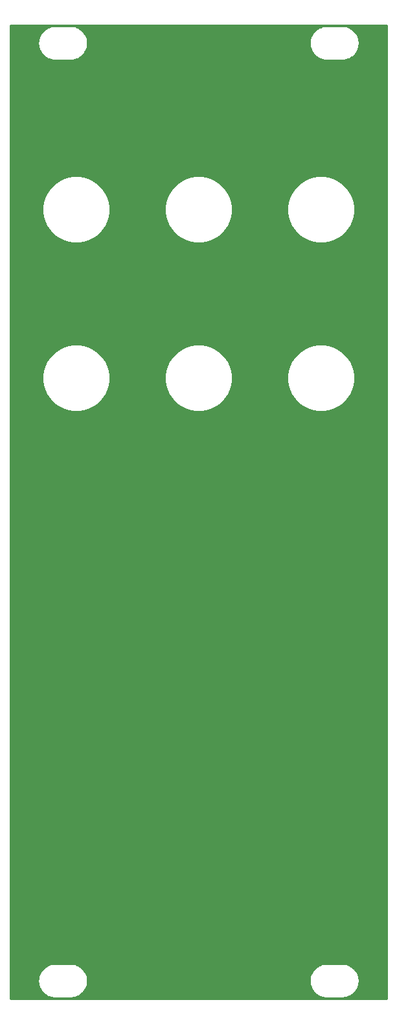
<source format=gbr>
G04 #@! TF.GenerationSoftware,KiCad,Pcbnew,(5.1.9-0-10_14)*
G04 #@! TF.CreationDate,2021-02-15T21:42:47-08:00*
G04 #@! TF.ProjectId,bigroom,62696772-6f6f-46d2-9e6b-696361645f70,rev?*
G04 #@! TF.SameCoordinates,Original*
G04 #@! TF.FileFunction,Copper,L2,Bot*
G04 #@! TF.FilePolarity,Positive*
%FSLAX46Y46*%
G04 Gerber Fmt 4.6, Leading zero omitted, Abs format (unit mm)*
G04 Created by KiCad (PCBNEW (5.1.9-0-10_14)) date 2021-02-15 21:42:47*
%MOMM*%
%LPD*%
G01*
G04 APERTURE LIST*
G04 #@! TA.AperFunction,ComponentPad*
%ADD10C,5.100000*%
G04 #@! TD*
G04 #@! TA.AperFunction,ComponentPad*
%ADD11C,6.100000*%
G04 #@! TD*
G04 #@! TA.AperFunction,Conductor*
%ADD12C,0.254000*%
G04 #@! TD*
G04 #@! TA.AperFunction,Conductor*
%ADD13C,0.100000*%
G04 #@! TD*
G04 APERTURE END LIST*
D10*
X42750000Y-104750000D03*
D11*
X6750000Y-88750000D03*
X42750000Y-88750000D03*
X30750000Y-88750000D03*
X18750000Y-88750000D03*
X6750000Y-104750000D03*
X30750000Y-104750000D03*
X18750000Y-104750000D03*
D12*
X49840001Y-127840000D02*
X660000Y-127840000D01*
X660000Y-125451353D01*
X4242755Y-125451353D01*
X4243173Y-125511171D01*
X4242755Y-125570988D01*
X4243655Y-125580160D01*
X4276296Y-125890715D01*
X4288320Y-125949291D01*
X4299532Y-126008070D01*
X4302196Y-126016892D01*
X4394535Y-126315192D01*
X4417715Y-126370335D01*
X4440124Y-126425800D01*
X4444451Y-126433937D01*
X4592972Y-126708621D01*
X4626417Y-126758205D01*
X4659177Y-126808268D01*
X4665001Y-126815409D01*
X4864047Y-127056013D01*
X4906482Y-127098154D01*
X4948346Y-127140903D01*
X4955446Y-127146777D01*
X5197435Y-127344138D01*
X5247259Y-127377241D01*
X5296615Y-127411036D01*
X5304721Y-127415419D01*
X5580435Y-127562019D01*
X5635704Y-127584799D01*
X5690724Y-127608381D01*
X5699527Y-127611105D01*
X5998465Y-127701359D01*
X6057138Y-127712976D01*
X6115655Y-127725415D01*
X6124820Y-127726378D01*
X6435594Y-127756850D01*
X6435598Y-127756850D01*
X6467581Y-127760000D01*
X8532419Y-127760000D01*
X8565986Y-127756694D01*
X8586744Y-127756694D01*
X8595909Y-127755731D01*
X8906228Y-127720923D01*
X8964731Y-127708487D01*
X9023419Y-127696867D01*
X9032222Y-127694142D01*
X9329870Y-127599723D01*
X9384792Y-127576183D01*
X9440159Y-127553363D01*
X9448265Y-127548979D01*
X9721904Y-127398544D01*
X9771217Y-127364779D01*
X9821088Y-127331645D01*
X9828188Y-127325770D01*
X10067397Y-127125049D01*
X10109241Y-127082320D01*
X10151694Y-127040162D01*
X10157519Y-127033020D01*
X10353185Y-126789660D01*
X10385938Y-126739608D01*
X10419391Y-126690013D01*
X10423714Y-126681881D01*
X10423717Y-126681877D01*
X10423719Y-126681873D01*
X10568388Y-126405146D01*
X10590785Y-126349711D01*
X10613978Y-126294539D01*
X10616641Y-126285717D01*
X10704807Y-125986156D01*
X10716007Y-125927440D01*
X10728045Y-125868798D01*
X10728944Y-125859627D01*
X10757245Y-125548647D01*
X10756827Y-125488830D01*
X10757088Y-125451353D01*
X39742755Y-125451353D01*
X39743173Y-125511171D01*
X39742755Y-125570988D01*
X39743655Y-125580160D01*
X39776296Y-125890715D01*
X39788320Y-125949291D01*
X39799532Y-126008070D01*
X39802196Y-126016892D01*
X39894535Y-126315192D01*
X39917715Y-126370335D01*
X39940124Y-126425800D01*
X39944451Y-126433937D01*
X40092972Y-126708621D01*
X40126417Y-126758205D01*
X40159177Y-126808268D01*
X40165001Y-126815409D01*
X40364047Y-127056013D01*
X40406482Y-127098154D01*
X40448346Y-127140903D01*
X40455446Y-127146777D01*
X40697435Y-127344138D01*
X40747259Y-127377241D01*
X40796615Y-127411036D01*
X40804721Y-127415419D01*
X41080435Y-127562019D01*
X41135704Y-127584799D01*
X41190724Y-127608381D01*
X41199527Y-127611105D01*
X41498465Y-127701359D01*
X41557138Y-127712976D01*
X41615655Y-127725415D01*
X41624820Y-127726378D01*
X41935594Y-127756850D01*
X41935598Y-127756850D01*
X41967581Y-127760000D01*
X44032419Y-127760000D01*
X44065986Y-127756694D01*
X44086744Y-127756694D01*
X44095909Y-127755731D01*
X44406228Y-127720923D01*
X44464731Y-127708487D01*
X44523419Y-127696867D01*
X44532222Y-127694142D01*
X44829870Y-127599723D01*
X44884792Y-127576183D01*
X44940159Y-127553363D01*
X44948265Y-127548979D01*
X45221904Y-127398544D01*
X45271217Y-127364779D01*
X45321088Y-127331645D01*
X45328188Y-127325770D01*
X45567397Y-127125049D01*
X45609241Y-127082320D01*
X45651694Y-127040162D01*
X45657519Y-127033020D01*
X45853185Y-126789660D01*
X45885938Y-126739608D01*
X45919391Y-126690013D01*
X45923714Y-126681881D01*
X45923717Y-126681877D01*
X45923719Y-126681873D01*
X46068388Y-126405146D01*
X46090785Y-126349711D01*
X46113978Y-126294539D01*
X46116641Y-126285717D01*
X46204807Y-125986156D01*
X46216007Y-125927440D01*
X46228045Y-125868798D01*
X46228944Y-125859627D01*
X46257245Y-125548647D01*
X46256827Y-125488829D01*
X46257245Y-125429012D01*
X46256345Y-125419841D01*
X46223704Y-125109285D01*
X46211680Y-125050709D01*
X46200468Y-124991930D01*
X46197804Y-124983108D01*
X46105465Y-124684808D01*
X46082280Y-124629653D01*
X46059876Y-124574200D01*
X46055549Y-124566064D01*
X46055549Y-124566063D01*
X46055546Y-124566059D01*
X45907028Y-124291379D01*
X45873583Y-124241795D01*
X45840823Y-124191732D01*
X45834999Y-124184591D01*
X45635954Y-123943987D01*
X45593535Y-123901863D01*
X45551655Y-123859097D01*
X45544554Y-123853223D01*
X45302565Y-123655862D01*
X45252741Y-123622759D01*
X45203385Y-123588964D01*
X45195279Y-123584581D01*
X44919566Y-123437981D01*
X44864269Y-123415189D01*
X44809275Y-123391619D01*
X44800472Y-123388895D01*
X44501535Y-123298641D01*
X44442862Y-123287024D01*
X44384345Y-123274585D01*
X44375180Y-123273622D01*
X44064405Y-123243150D01*
X44064402Y-123243150D01*
X44032419Y-123240000D01*
X41967581Y-123240000D01*
X41934014Y-123243306D01*
X41913256Y-123243306D01*
X41904091Y-123244269D01*
X41593771Y-123279077D01*
X41535298Y-123291506D01*
X41476581Y-123303132D01*
X41467778Y-123305858D01*
X41170130Y-123400277D01*
X41115147Y-123423843D01*
X41059841Y-123446638D01*
X41051735Y-123451021D01*
X40778095Y-123601456D01*
X40728748Y-123635245D01*
X40678913Y-123668355D01*
X40671812Y-123674229D01*
X40432603Y-123874951D01*
X40390759Y-123917681D01*
X40348305Y-123959839D01*
X40342481Y-123966980D01*
X40146814Y-124210340D01*
X40114055Y-124260400D01*
X40080609Y-124309986D01*
X40076283Y-124318123D01*
X39931612Y-124594854D01*
X39909215Y-124650289D01*
X39886022Y-124705461D01*
X39883359Y-124714283D01*
X39795193Y-125013844D01*
X39783993Y-125072560D01*
X39771955Y-125131202D01*
X39771056Y-125140373D01*
X39742755Y-125451353D01*
X10757088Y-125451353D01*
X10757245Y-125429012D01*
X10756345Y-125419841D01*
X10723704Y-125109285D01*
X10711680Y-125050709D01*
X10700468Y-124991930D01*
X10697804Y-124983108D01*
X10605465Y-124684808D01*
X10582280Y-124629653D01*
X10559876Y-124574200D01*
X10555549Y-124566064D01*
X10555549Y-124566063D01*
X10555546Y-124566059D01*
X10407028Y-124291379D01*
X10373583Y-124241795D01*
X10340823Y-124191732D01*
X10334999Y-124184591D01*
X10135954Y-123943987D01*
X10093535Y-123901863D01*
X10051655Y-123859097D01*
X10044554Y-123853223D01*
X9802565Y-123655862D01*
X9752741Y-123622759D01*
X9703385Y-123588964D01*
X9695279Y-123584581D01*
X9419566Y-123437981D01*
X9364269Y-123415189D01*
X9309275Y-123391619D01*
X9300472Y-123388895D01*
X9001535Y-123298641D01*
X8942862Y-123287024D01*
X8884345Y-123274585D01*
X8875180Y-123273622D01*
X8564405Y-123243150D01*
X8564402Y-123243150D01*
X8532419Y-123240000D01*
X6467581Y-123240000D01*
X6434014Y-123243306D01*
X6413256Y-123243306D01*
X6404091Y-123244269D01*
X6093771Y-123279077D01*
X6035298Y-123291506D01*
X5976581Y-123303132D01*
X5967778Y-123305858D01*
X5670130Y-123400277D01*
X5615147Y-123423843D01*
X5559841Y-123446638D01*
X5551735Y-123451021D01*
X5278095Y-123601456D01*
X5228748Y-123635245D01*
X5178913Y-123668355D01*
X5171812Y-123674229D01*
X4932603Y-123874951D01*
X4890759Y-123917681D01*
X4848305Y-123959839D01*
X4842481Y-123966980D01*
X4646814Y-124210340D01*
X4614055Y-124260400D01*
X4580609Y-124309986D01*
X4576283Y-124318123D01*
X4431612Y-124594854D01*
X4409215Y-124650289D01*
X4386022Y-124705461D01*
X4383359Y-124714283D01*
X4295193Y-125013844D01*
X4283993Y-125072560D01*
X4271955Y-125131202D01*
X4271056Y-125140373D01*
X4242755Y-125451353D01*
X660000Y-125451353D01*
X660000Y-46315784D01*
X4841332Y-46315784D01*
X4841332Y-47184216D01*
X5010754Y-48035961D01*
X5343089Y-48838288D01*
X5825564Y-49560362D01*
X6439638Y-50174436D01*
X7161712Y-50656911D01*
X7964039Y-50989246D01*
X8815784Y-51158668D01*
X9684216Y-51158668D01*
X10535961Y-50989246D01*
X11338288Y-50656911D01*
X12060362Y-50174436D01*
X12674436Y-49560362D01*
X13156911Y-48838288D01*
X13489246Y-48035961D01*
X13658668Y-47184216D01*
X13658668Y-46315784D01*
X20841332Y-46315784D01*
X20841332Y-47184216D01*
X21010754Y-48035961D01*
X21343089Y-48838288D01*
X21825564Y-49560362D01*
X22439638Y-50174436D01*
X23161712Y-50656911D01*
X23964039Y-50989246D01*
X24815784Y-51158668D01*
X25684216Y-51158668D01*
X26535961Y-50989246D01*
X27338288Y-50656911D01*
X28060362Y-50174436D01*
X28674436Y-49560362D01*
X29156911Y-48838288D01*
X29489246Y-48035961D01*
X29658668Y-47184216D01*
X29658668Y-46315784D01*
X36841332Y-46315784D01*
X36841332Y-47184216D01*
X37010754Y-48035961D01*
X37343089Y-48838288D01*
X37825564Y-49560362D01*
X38439638Y-50174436D01*
X39161712Y-50656911D01*
X39964039Y-50989246D01*
X40815784Y-51158668D01*
X41684216Y-51158668D01*
X42535961Y-50989246D01*
X43338288Y-50656911D01*
X44060362Y-50174436D01*
X44674436Y-49560362D01*
X45156911Y-48838288D01*
X45489246Y-48035961D01*
X45658668Y-47184216D01*
X45658668Y-46315784D01*
X45489246Y-45464039D01*
X45156911Y-44661712D01*
X44674436Y-43939638D01*
X44060362Y-43325564D01*
X43338288Y-42843089D01*
X42535961Y-42510754D01*
X41684216Y-42341332D01*
X40815784Y-42341332D01*
X39964039Y-42510754D01*
X39161712Y-42843089D01*
X38439638Y-43325564D01*
X37825564Y-43939638D01*
X37343089Y-44661712D01*
X37010754Y-45464039D01*
X36841332Y-46315784D01*
X29658668Y-46315784D01*
X29489246Y-45464039D01*
X29156911Y-44661712D01*
X28674436Y-43939638D01*
X28060362Y-43325564D01*
X27338288Y-42843089D01*
X26535961Y-42510754D01*
X25684216Y-42341332D01*
X24815784Y-42341332D01*
X23964039Y-42510754D01*
X23161712Y-42843089D01*
X22439638Y-43325564D01*
X21825564Y-43939638D01*
X21343089Y-44661712D01*
X21010754Y-45464039D01*
X20841332Y-46315784D01*
X13658668Y-46315784D01*
X13489246Y-45464039D01*
X13156911Y-44661712D01*
X12674436Y-43939638D01*
X12060362Y-43325564D01*
X11338288Y-42843089D01*
X10535961Y-42510754D01*
X9684216Y-42341332D01*
X8815784Y-42341332D01*
X7964039Y-42510754D01*
X7161712Y-42843089D01*
X6439638Y-43325564D01*
X5825564Y-43939638D01*
X5343089Y-44661712D01*
X5010754Y-45464039D01*
X4841332Y-46315784D01*
X660000Y-46315784D01*
X660000Y-24315784D01*
X4841332Y-24315784D01*
X4841332Y-25184216D01*
X5010754Y-26035961D01*
X5343089Y-26838288D01*
X5825564Y-27560362D01*
X6439638Y-28174436D01*
X7161712Y-28656911D01*
X7964039Y-28989246D01*
X8815784Y-29158668D01*
X9684216Y-29158668D01*
X10535961Y-28989246D01*
X11338288Y-28656911D01*
X12060362Y-28174436D01*
X12674436Y-27560362D01*
X13156911Y-26838288D01*
X13489246Y-26035961D01*
X13658668Y-25184216D01*
X13658668Y-24315784D01*
X20841332Y-24315784D01*
X20841332Y-25184216D01*
X21010754Y-26035961D01*
X21343089Y-26838288D01*
X21825564Y-27560362D01*
X22439638Y-28174436D01*
X23161712Y-28656911D01*
X23964039Y-28989246D01*
X24815784Y-29158668D01*
X25684216Y-29158668D01*
X26535961Y-28989246D01*
X27338288Y-28656911D01*
X28060362Y-28174436D01*
X28674436Y-27560362D01*
X29156911Y-26838288D01*
X29489246Y-26035961D01*
X29658668Y-25184216D01*
X29658668Y-24315784D01*
X36841332Y-24315784D01*
X36841332Y-25184216D01*
X37010754Y-26035961D01*
X37343089Y-26838288D01*
X37825564Y-27560362D01*
X38439638Y-28174436D01*
X39161712Y-28656911D01*
X39964039Y-28989246D01*
X40815784Y-29158668D01*
X41684216Y-29158668D01*
X42535961Y-28989246D01*
X43338288Y-28656911D01*
X44060362Y-28174436D01*
X44674436Y-27560362D01*
X45156911Y-26838288D01*
X45489246Y-26035961D01*
X45658668Y-25184216D01*
X45658668Y-24315784D01*
X45489246Y-23464039D01*
X45156911Y-22661712D01*
X44674436Y-21939638D01*
X44060362Y-21325564D01*
X43338288Y-20843089D01*
X42535961Y-20510754D01*
X41684216Y-20341332D01*
X40815784Y-20341332D01*
X39964039Y-20510754D01*
X39161712Y-20843089D01*
X38439638Y-21325564D01*
X37825564Y-21939638D01*
X37343089Y-22661712D01*
X37010754Y-23464039D01*
X36841332Y-24315784D01*
X29658668Y-24315784D01*
X29489246Y-23464039D01*
X29156911Y-22661712D01*
X28674436Y-21939638D01*
X28060362Y-21325564D01*
X27338288Y-20843089D01*
X26535961Y-20510754D01*
X25684216Y-20341332D01*
X24815784Y-20341332D01*
X23964039Y-20510754D01*
X23161712Y-20843089D01*
X22439638Y-21325564D01*
X21825564Y-21939638D01*
X21343089Y-22661712D01*
X21010754Y-23464039D01*
X20841332Y-24315784D01*
X13658668Y-24315784D01*
X13489246Y-23464039D01*
X13156911Y-22661712D01*
X12674436Y-21939638D01*
X12060362Y-21325564D01*
X11338288Y-20843089D01*
X10535961Y-20510754D01*
X9684216Y-20341332D01*
X8815784Y-20341332D01*
X7964039Y-20510754D01*
X7161712Y-20843089D01*
X6439638Y-21325564D01*
X5825564Y-21939638D01*
X5343089Y-22661712D01*
X5010754Y-23464039D01*
X4841332Y-24315784D01*
X660000Y-24315784D01*
X660000Y-2951353D01*
X4242755Y-2951353D01*
X4243173Y-3011171D01*
X4242755Y-3070988D01*
X4243655Y-3080160D01*
X4276296Y-3390715D01*
X4288320Y-3449291D01*
X4299532Y-3508070D01*
X4302196Y-3516892D01*
X4394535Y-3815192D01*
X4417715Y-3870335D01*
X4440124Y-3925800D01*
X4444451Y-3933937D01*
X4592972Y-4208621D01*
X4626417Y-4258205D01*
X4659177Y-4308268D01*
X4665001Y-4315409D01*
X4864047Y-4556013D01*
X4906482Y-4598154D01*
X4948346Y-4640903D01*
X4955446Y-4646777D01*
X5197435Y-4844138D01*
X5247259Y-4877241D01*
X5296615Y-4911036D01*
X5304721Y-4915419D01*
X5580435Y-5062019D01*
X5635704Y-5084799D01*
X5690724Y-5108381D01*
X5699527Y-5111105D01*
X5998465Y-5201359D01*
X6057138Y-5212976D01*
X6115655Y-5225415D01*
X6124820Y-5226378D01*
X6435594Y-5256850D01*
X6435598Y-5256850D01*
X6467581Y-5260000D01*
X8532419Y-5260000D01*
X8565986Y-5256694D01*
X8586744Y-5256694D01*
X8595909Y-5255731D01*
X8906228Y-5220923D01*
X8964731Y-5208487D01*
X9023419Y-5196867D01*
X9032222Y-5194142D01*
X9329870Y-5099723D01*
X9384792Y-5076183D01*
X9440159Y-5053363D01*
X9448265Y-5048979D01*
X9721904Y-4898544D01*
X9771217Y-4864779D01*
X9821088Y-4831645D01*
X9828188Y-4825770D01*
X10067397Y-4625049D01*
X10109241Y-4582320D01*
X10151694Y-4540162D01*
X10157519Y-4533020D01*
X10353185Y-4289660D01*
X10385938Y-4239608D01*
X10419391Y-4190013D01*
X10423714Y-4181881D01*
X10423717Y-4181877D01*
X10423719Y-4181873D01*
X10568388Y-3905146D01*
X10590785Y-3849711D01*
X10613978Y-3794539D01*
X10616641Y-3785717D01*
X10704807Y-3486156D01*
X10716007Y-3427440D01*
X10728045Y-3368798D01*
X10728944Y-3359627D01*
X10757245Y-3048647D01*
X10756827Y-2988830D01*
X10757088Y-2951353D01*
X39742755Y-2951353D01*
X39743173Y-3011171D01*
X39742755Y-3070988D01*
X39743655Y-3080160D01*
X39776296Y-3390715D01*
X39788320Y-3449291D01*
X39799532Y-3508070D01*
X39802196Y-3516892D01*
X39894535Y-3815192D01*
X39917715Y-3870335D01*
X39940124Y-3925800D01*
X39944451Y-3933937D01*
X40092972Y-4208621D01*
X40126417Y-4258205D01*
X40159177Y-4308268D01*
X40165001Y-4315409D01*
X40364047Y-4556013D01*
X40406482Y-4598154D01*
X40448346Y-4640903D01*
X40455446Y-4646777D01*
X40697435Y-4844138D01*
X40747259Y-4877241D01*
X40796615Y-4911036D01*
X40804721Y-4915419D01*
X41080435Y-5062019D01*
X41135704Y-5084799D01*
X41190724Y-5108381D01*
X41199527Y-5111105D01*
X41498465Y-5201359D01*
X41557138Y-5212976D01*
X41615655Y-5225415D01*
X41624820Y-5226378D01*
X41935594Y-5256850D01*
X41935598Y-5256850D01*
X41967581Y-5260000D01*
X44032419Y-5260000D01*
X44065986Y-5256694D01*
X44086744Y-5256694D01*
X44095909Y-5255731D01*
X44406228Y-5220923D01*
X44464731Y-5208487D01*
X44523419Y-5196867D01*
X44532222Y-5194142D01*
X44829870Y-5099723D01*
X44884792Y-5076183D01*
X44940159Y-5053363D01*
X44948265Y-5048979D01*
X45221904Y-4898544D01*
X45271217Y-4864779D01*
X45321088Y-4831645D01*
X45328188Y-4825770D01*
X45567397Y-4625049D01*
X45609241Y-4582320D01*
X45651694Y-4540162D01*
X45657519Y-4533020D01*
X45853185Y-4289660D01*
X45885938Y-4239608D01*
X45919391Y-4190013D01*
X45923714Y-4181881D01*
X45923717Y-4181877D01*
X45923719Y-4181873D01*
X46068388Y-3905146D01*
X46090785Y-3849711D01*
X46113978Y-3794539D01*
X46116641Y-3785717D01*
X46204807Y-3486156D01*
X46216007Y-3427440D01*
X46228045Y-3368798D01*
X46228944Y-3359627D01*
X46257245Y-3048647D01*
X46256827Y-2988829D01*
X46257245Y-2929012D01*
X46256345Y-2919841D01*
X46223704Y-2609285D01*
X46211680Y-2550709D01*
X46200468Y-2491930D01*
X46197804Y-2483108D01*
X46105465Y-2184808D01*
X46082280Y-2129653D01*
X46059876Y-2074200D01*
X46055549Y-2066064D01*
X46055549Y-2066063D01*
X46055546Y-2066059D01*
X45907028Y-1791379D01*
X45873583Y-1741795D01*
X45840823Y-1691732D01*
X45834999Y-1684591D01*
X45635954Y-1443987D01*
X45593535Y-1401863D01*
X45551655Y-1359097D01*
X45544554Y-1353223D01*
X45302565Y-1155862D01*
X45252741Y-1122759D01*
X45203385Y-1088964D01*
X45195279Y-1084581D01*
X44919566Y-937981D01*
X44864269Y-915189D01*
X44809275Y-891619D01*
X44800472Y-888895D01*
X44501535Y-798641D01*
X44442862Y-787024D01*
X44384345Y-774585D01*
X44375180Y-773622D01*
X44064405Y-743150D01*
X44064402Y-743150D01*
X44032419Y-740000D01*
X41967581Y-740000D01*
X41934014Y-743306D01*
X41913256Y-743306D01*
X41904091Y-744269D01*
X41593771Y-779077D01*
X41535298Y-791506D01*
X41476581Y-803132D01*
X41467778Y-805858D01*
X41170130Y-900277D01*
X41115147Y-923843D01*
X41059841Y-946638D01*
X41051735Y-951021D01*
X40778095Y-1101456D01*
X40728748Y-1135245D01*
X40678913Y-1168355D01*
X40671812Y-1174229D01*
X40432603Y-1374951D01*
X40390759Y-1417681D01*
X40348305Y-1459839D01*
X40342481Y-1466980D01*
X40146814Y-1710340D01*
X40114055Y-1760400D01*
X40080609Y-1809986D01*
X40076283Y-1818123D01*
X39931612Y-2094854D01*
X39909215Y-2150289D01*
X39886022Y-2205461D01*
X39883359Y-2214283D01*
X39795193Y-2513844D01*
X39783993Y-2572560D01*
X39771955Y-2631202D01*
X39771056Y-2640373D01*
X39742755Y-2951353D01*
X10757088Y-2951353D01*
X10757245Y-2929012D01*
X10756345Y-2919841D01*
X10723704Y-2609285D01*
X10711680Y-2550709D01*
X10700468Y-2491930D01*
X10697804Y-2483108D01*
X10605465Y-2184808D01*
X10582280Y-2129653D01*
X10559876Y-2074200D01*
X10555549Y-2066064D01*
X10555549Y-2066063D01*
X10555546Y-2066059D01*
X10407028Y-1791379D01*
X10373583Y-1741795D01*
X10340823Y-1691732D01*
X10334999Y-1684591D01*
X10135954Y-1443987D01*
X10093535Y-1401863D01*
X10051655Y-1359097D01*
X10044554Y-1353223D01*
X9802565Y-1155862D01*
X9752741Y-1122759D01*
X9703385Y-1088964D01*
X9695279Y-1084581D01*
X9419566Y-937981D01*
X9364269Y-915189D01*
X9309275Y-891619D01*
X9300472Y-888895D01*
X9001535Y-798641D01*
X8942862Y-787024D01*
X8884345Y-774585D01*
X8875180Y-773622D01*
X8564405Y-743150D01*
X8564402Y-743150D01*
X8532419Y-740000D01*
X6467581Y-740000D01*
X6434014Y-743306D01*
X6413256Y-743306D01*
X6404091Y-744269D01*
X6093771Y-779077D01*
X6035298Y-791506D01*
X5976581Y-803132D01*
X5967778Y-805858D01*
X5670130Y-900277D01*
X5615147Y-923843D01*
X5559841Y-946638D01*
X5551735Y-951021D01*
X5278095Y-1101456D01*
X5228748Y-1135245D01*
X5178913Y-1168355D01*
X5171812Y-1174229D01*
X4932603Y-1374951D01*
X4890759Y-1417681D01*
X4848305Y-1459839D01*
X4842481Y-1466980D01*
X4646814Y-1710340D01*
X4614055Y-1760400D01*
X4580609Y-1809986D01*
X4576283Y-1818123D01*
X4431612Y-2094854D01*
X4409215Y-2150289D01*
X4386022Y-2205461D01*
X4383359Y-2214283D01*
X4295193Y-2513844D01*
X4283993Y-2572560D01*
X4271955Y-2631202D01*
X4271056Y-2640373D01*
X4242755Y-2951353D01*
X660000Y-2951353D01*
X660000Y-660000D01*
X49840000Y-660000D01*
X49840001Y-127840000D01*
G04 #@! TA.AperFunction,Conductor*
D13*
G36*
X49840001Y-127840000D02*
G01*
X660000Y-127840000D01*
X660000Y-125451353D01*
X4242755Y-125451353D01*
X4243173Y-125511171D01*
X4242755Y-125570988D01*
X4243655Y-125580160D01*
X4276296Y-125890715D01*
X4288320Y-125949291D01*
X4299532Y-126008070D01*
X4302196Y-126016892D01*
X4394535Y-126315192D01*
X4417715Y-126370335D01*
X4440124Y-126425800D01*
X4444451Y-126433937D01*
X4592972Y-126708621D01*
X4626417Y-126758205D01*
X4659177Y-126808268D01*
X4665001Y-126815409D01*
X4864047Y-127056013D01*
X4906482Y-127098154D01*
X4948346Y-127140903D01*
X4955446Y-127146777D01*
X5197435Y-127344138D01*
X5247259Y-127377241D01*
X5296615Y-127411036D01*
X5304721Y-127415419D01*
X5580435Y-127562019D01*
X5635704Y-127584799D01*
X5690724Y-127608381D01*
X5699527Y-127611105D01*
X5998465Y-127701359D01*
X6057138Y-127712976D01*
X6115655Y-127725415D01*
X6124820Y-127726378D01*
X6435594Y-127756850D01*
X6435598Y-127756850D01*
X6467581Y-127760000D01*
X8532419Y-127760000D01*
X8565986Y-127756694D01*
X8586744Y-127756694D01*
X8595909Y-127755731D01*
X8906228Y-127720923D01*
X8964731Y-127708487D01*
X9023419Y-127696867D01*
X9032222Y-127694142D01*
X9329870Y-127599723D01*
X9384792Y-127576183D01*
X9440159Y-127553363D01*
X9448265Y-127548979D01*
X9721904Y-127398544D01*
X9771217Y-127364779D01*
X9821088Y-127331645D01*
X9828188Y-127325770D01*
X10067397Y-127125049D01*
X10109241Y-127082320D01*
X10151694Y-127040162D01*
X10157519Y-127033020D01*
X10353185Y-126789660D01*
X10385938Y-126739608D01*
X10419391Y-126690013D01*
X10423714Y-126681881D01*
X10423717Y-126681877D01*
X10423719Y-126681873D01*
X10568388Y-126405146D01*
X10590785Y-126349711D01*
X10613978Y-126294539D01*
X10616641Y-126285717D01*
X10704807Y-125986156D01*
X10716007Y-125927440D01*
X10728045Y-125868798D01*
X10728944Y-125859627D01*
X10757245Y-125548647D01*
X10756827Y-125488830D01*
X10757088Y-125451353D01*
X39742755Y-125451353D01*
X39743173Y-125511171D01*
X39742755Y-125570988D01*
X39743655Y-125580160D01*
X39776296Y-125890715D01*
X39788320Y-125949291D01*
X39799532Y-126008070D01*
X39802196Y-126016892D01*
X39894535Y-126315192D01*
X39917715Y-126370335D01*
X39940124Y-126425800D01*
X39944451Y-126433937D01*
X40092972Y-126708621D01*
X40126417Y-126758205D01*
X40159177Y-126808268D01*
X40165001Y-126815409D01*
X40364047Y-127056013D01*
X40406482Y-127098154D01*
X40448346Y-127140903D01*
X40455446Y-127146777D01*
X40697435Y-127344138D01*
X40747259Y-127377241D01*
X40796615Y-127411036D01*
X40804721Y-127415419D01*
X41080435Y-127562019D01*
X41135704Y-127584799D01*
X41190724Y-127608381D01*
X41199527Y-127611105D01*
X41498465Y-127701359D01*
X41557138Y-127712976D01*
X41615655Y-127725415D01*
X41624820Y-127726378D01*
X41935594Y-127756850D01*
X41935598Y-127756850D01*
X41967581Y-127760000D01*
X44032419Y-127760000D01*
X44065986Y-127756694D01*
X44086744Y-127756694D01*
X44095909Y-127755731D01*
X44406228Y-127720923D01*
X44464731Y-127708487D01*
X44523419Y-127696867D01*
X44532222Y-127694142D01*
X44829870Y-127599723D01*
X44884792Y-127576183D01*
X44940159Y-127553363D01*
X44948265Y-127548979D01*
X45221904Y-127398544D01*
X45271217Y-127364779D01*
X45321088Y-127331645D01*
X45328188Y-127325770D01*
X45567397Y-127125049D01*
X45609241Y-127082320D01*
X45651694Y-127040162D01*
X45657519Y-127033020D01*
X45853185Y-126789660D01*
X45885938Y-126739608D01*
X45919391Y-126690013D01*
X45923714Y-126681881D01*
X45923717Y-126681877D01*
X45923719Y-126681873D01*
X46068388Y-126405146D01*
X46090785Y-126349711D01*
X46113978Y-126294539D01*
X46116641Y-126285717D01*
X46204807Y-125986156D01*
X46216007Y-125927440D01*
X46228045Y-125868798D01*
X46228944Y-125859627D01*
X46257245Y-125548647D01*
X46256827Y-125488829D01*
X46257245Y-125429012D01*
X46256345Y-125419841D01*
X46223704Y-125109285D01*
X46211680Y-125050709D01*
X46200468Y-124991930D01*
X46197804Y-124983108D01*
X46105465Y-124684808D01*
X46082280Y-124629653D01*
X46059876Y-124574200D01*
X46055549Y-124566064D01*
X46055549Y-124566063D01*
X46055546Y-124566059D01*
X45907028Y-124291379D01*
X45873583Y-124241795D01*
X45840823Y-124191732D01*
X45834999Y-124184591D01*
X45635954Y-123943987D01*
X45593535Y-123901863D01*
X45551655Y-123859097D01*
X45544554Y-123853223D01*
X45302565Y-123655862D01*
X45252741Y-123622759D01*
X45203385Y-123588964D01*
X45195279Y-123584581D01*
X44919566Y-123437981D01*
X44864269Y-123415189D01*
X44809275Y-123391619D01*
X44800472Y-123388895D01*
X44501535Y-123298641D01*
X44442862Y-123287024D01*
X44384345Y-123274585D01*
X44375180Y-123273622D01*
X44064405Y-123243150D01*
X44064402Y-123243150D01*
X44032419Y-123240000D01*
X41967581Y-123240000D01*
X41934014Y-123243306D01*
X41913256Y-123243306D01*
X41904091Y-123244269D01*
X41593771Y-123279077D01*
X41535298Y-123291506D01*
X41476581Y-123303132D01*
X41467778Y-123305858D01*
X41170130Y-123400277D01*
X41115147Y-123423843D01*
X41059841Y-123446638D01*
X41051735Y-123451021D01*
X40778095Y-123601456D01*
X40728748Y-123635245D01*
X40678913Y-123668355D01*
X40671812Y-123674229D01*
X40432603Y-123874951D01*
X40390759Y-123917681D01*
X40348305Y-123959839D01*
X40342481Y-123966980D01*
X40146814Y-124210340D01*
X40114055Y-124260400D01*
X40080609Y-124309986D01*
X40076283Y-124318123D01*
X39931612Y-124594854D01*
X39909215Y-124650289D01*
X39886022Y-124705461D01*
X39883359Y-124714283D01*
X39795193Y-125013844D01*
X39783993Y-125072560D01*
X39771955Y-125131202D01*
X39771056Y-125140373D01*
X39742755Y-125451353D01*
X10757088Y-125451353D01*
X10757245Y-125429012D01*
X10756345Y-125419841D01*
X10723704Y-125109285D01*
X10711680Y-125050709D01*
X10700468Y-124991930D01*
X10697804Y-124983108D01*
X10605465Y-124684808D01*
X10582280Y-124629653D01*
X10559876Y-124574200D01*
X10555549Y-124566064D01*
X10555549Y-124566063D01*
X10555546Y-124566059D01*
X10407028Y-124291379D01*
X10373583Y-124241795D01*
X10340823Y-124191732D01*
X10334999Y-124184591D01*
X10135954Y-123943987D01*
X10093535Y-123901863D01*
X10051655Y-123859097D01*
X10044554Y-123853223D01*
X9802565Y-123655862D01*
X9752741Y-123622759D01*
X9703385Y-123588964D01*
X9695279Y-123584581D01*
X9419566Y-123437981D01*
X9364269Y-123415189D01*
X9309275Y-123391619D01*
X9300472Y-123388895D01*
X9001535Y-123298641D01*
X8942862Y-123287024D01*
X8884345Y-123274585D01*
X8875180Y-123273622D01*
X8564405Y-123243150D01*
X8564402Y-123243150D01*
X8532419Y-123240000D01*
X6467581Y-123240000D01*
X6434014Y-123243306D01*
X6413256Y-123243306D01*
X6404091Y-123244269D01*
X6093771Y-123279077D01*
X6035298Y-123291506D01*
X5976581Y-123303132D01*
X5967778Y-123305858D01*
X5670130Y-123400277D01*
X5615147Y-123423843D01*
X5559841Y-123446638D01*
X5551735Y-123451021D01*
X5278095Y-123601456D01*
X5228748Y-123635245D01*
X5178913Y-123668355D01*
X5171812Y-123674229D01*
X4932603Y-123874951D01*
X4890759Y-123917681D01*
X4848305Y-123959839D01*
X4842481Y-123966980D01*
X4646814Y-124210340D01*
X4614055Y-124260400D01*
X4580609Y-124309986D01*
X4576283Y-124318123D01*
X4431612Y-124594854D01*
X4409215Y-124650289D01*
X4386022Y-124705461D01*
X4383359Y-124714283D01*
X4295193Y-125013844D01*
X4283993Y-125072560D01*
X4271955Y-125131202D01*
X4271056Y-125140373D01*
X4242755Y-125451353D01*
X660000Y-125451353D01*
X660000Y-46315784D01*
X4841332Y-46315784D01*
X4841332Y-47184216D01*
X5010754Y-48035961D01*
X5343089Y-48838288D01*
X5825564Y-49560362D01*
X6439638Y-50174436D01*
X7161712Y-50656911D01*
X7964039Y-50989246D01*
X8815784Y-51158668D01*
X9684216Y-51158668D01*
X10535961Y-50989246D01*
X11338288Y-50656911D01*
X12060362Y-50174436D01*
X12674436Y-49560362D01*
X13156911Y-48838288D01*
X13489246Y-48035961D01*
X13658668Y-47184216D01*
X13658668Y-46315784D01*
X20841332Y-46315784D01*
X20841332Y-47184216D01*
X21010754Y-48035961D01*
X21343089Y-48838288D01*
X21825564Y-49560362D01*
X22439638Y-50174436D01*
X23161712Y-50656911D01*
X23964039Y-50989246D01*
X24815784Y-51158668D01*
X25684216Y-51158668D01*
X26535961Y-50989246D01*
X27338288Y-50656911D01*
X28060362Y-50174436D01*
X28674436Y-49560362D01*
X29156911Y-48838288D01*
X29489246Y-48035961D01*
X29658668Y-47184216D01*
X29658668Y-46315784D01*
X36841332Y-46315784D01*
X36841332Y-47184216D01*
X37010754Y-48035961D01*
X37343089Y-48838288D01*
X37825564Y-49560362D01*
X38439638Y-50174436D01*
X39161712Y-50656911D01*
X39964039Y-50989246D01*
X40815784Y-51158668D01*
X41684216Y-51158668D01*
X42535961Y-50989246D01*
X43338288Y-50656911D01*
X44060362Y-50174436D01*
X44674436Y-49560362D01*
X45156911Y-48838288D01*
X45489246Y-48035961D01*
X45658668Y-47184216D01*
X45658668Y-46315784D01*
X45489246Y-45464039D01*
X45156911Y-44661712D01*
X44674436Y-43939638D01*
X44060362Y-43325564D01*
X43338288Y-42843089D01*
X42535961Y-42510754D01*
X41684216Y-42341332D01*
X40815784Y-42341332D01*
X39964039Y-42510754D01*
X39161712Y-42843089D01*
X38439638Y-43325564D01*
X37825564Y-43939638D01*
X37343089Y-44661712D01*
X37010754Y-45464039D01*
X36841332Y-46315784D01*
X29658668Y-46315784D01*
X29489246Y-45464039D01*
X29156911Y-44661712D01*
X28674436Y-43939638D01*
X28060362Y-43325564D01*
X27338288Y-42843089D01*
X26535961Y-42510754D01*
X25684216Y-42341332D01*
X24815784Y-42341332D01*
X23964039Y-42510754D01*
X23161712Y-42843089D01*
X22439638Y-43325564D01*
X21825564Y-43939638D01*
X21343089Y-44661712D01*
X21010754Y-45464039D01*
X20841332Y-46315784D01*
X13658668Y-46315784D01*
X13489246Y-45464039D01*
X13156911Y-44661712D01*
X12674436Y-43939638D01*
X12060362Y-43325564D01*
X11338288Y-42843089D01*
X10535961Y-42510754D01*
X9684216Y-42341332D01*
X8815784Y-42341332D01*
X7964039Y-42510754D01*
X7161712Y-42843089D01*
X6439638Y-43325564D01*
X5825564Y-43939638D01*
X5343089Y-44661712D01*
X5010754Y-45464039D01*
X4841332Y-46315784D01*
X660000Y-46315784D01*
X660000Y-24315784D01*
X4841332Y-24315784D01*
X4841332Y-25184216D01*
X5010754Y-26035961D01*
X5343089Y-26838288D01*
X5825564Y-27560362D01*
X6439638Y-28174436D01*
X7161712Y-28656911D01*
X7964039Y-28989246D01*
X8815784Y-29158668D01*
X9684216Y-29158668D01*
X10535961Y-28989246D01*
X11338288Y-28656911D01*
X12060362Y-28174436D01*
X12674436Y-27560362D01*
X13156911Y-26838288D01*
X13489246Y-26035961D01*
X13658668Y-25184216D01*
X13658668Y-24315784D01*
X20841332Y-24315784D01*
X20841332Y-25184216D01*
X21010754Y-26035961D01*
X21343089Y-26838288D01*
X21825564Y-27560362D01*
X22439638Y-28174436D01*
X23161712Y-28656911D01*
X23964039Y-28989246D01*
X24815784Y-29158668D01*
X25684216Y-29158668D01*
X26535961Y-28989246D01*
X27338288Y-28656911D01*
X28060362Y-28174436D01*
X28674436Y-27560362D01*
X29156911Y-26838288D01*
X29489246Y-26035961D01*
X29658668Y-25184216D01*
X29658668Y-24315784D01*
X36841332Y-24315784D01*
X36841332Y-25184216D01*
X37010754Y-26035961D01*
X37343089Y-26838288D01*
X37825564Y-27560362D01*
X38439638Y-28174436D01*
X39161712Y-28656911D01*
X39964039Y-28989246D01*
X40815784Y-29158668D01*
X41684216Y-29158668D01*
X42535961Y-28989246D01*
X43338288Y-28656911D01*
X44060362Y-28174436D01*
X44674436Y-27560362D01*
X45156911Y-26838288D01*
X45489246Y-26035961D01*
X45658668Y-25184216D01*
X45658668Y-24315784D01*
X45489246Y-23464039D01*
X45156911Y-22661712D01*
X44674436Y-21939638D01*
X44060362Y-21325564D01*
X43338288Y-20843089D01*
X42535961Y-20510754D01*
X41684216Y-20341332D01*
X40815784Y-20341332D01*
X39964039Y-20510754D01*
X39161712Y-20843089D01*
X38439638Y-21325564D01*
X37825564Y-21939638D01*
X37343089Y-22661712D01*
X37010754Y-23464039D01*
X36841332Y-24315784D01*
X29658668Y-24315784D01*
X29489246Y-23464039D01*
X29156911Y-22661712D01*
X28674436Y-21939638D01*
X28060362Y-21325564D01*
X27338288Y-20843089D01*
X26535961Y-20510754D01*
X25684216Y-20341332D01*
X24815784Y-20341332D01*
X23964039Y-20510754D01*
X23161712Y-20843089D01*
X22439638Y-21325564D01*
X21825564Y-21939638D01*
X21343089Y-22661712D01*
X21010754Y-23464039D01*
X20841332Y-24315784D01*
X13658668Y-24315784D01*
X13489246Y-23464039D01*
X13156911Y-22661712D01*
X12674436Y-21939638D01*
X12060362Y-21325564D01*
X11338288Y-20843089D01*
X10535961Y-20510754D01*
X9684216Y-20341332D01*
X8815784Y-20341332D01*
X7964039Y-20510754D01*
X7161712Y-20843089D01*
X6439638Y-21325564D01*
X5825564Y-21939638D01*
X5343089Y-22661712D01*
X5010754Y-23464039D01*
X4841332Y-24315784D01*
X660000Y-24315784D01*
X660000Y-2951353D01*
X4242755Y-2951353D01*
X4243173Y-3011171D01*
X4242755Y-3070988D01*
X4243655Y-3080160D01*
X4276296Y-3390715D01*
X4288320Y-3449291D01*
X4299532Y-3508070D01*
X4302196Y-3516892D01*
X4394535Y-3815192D01*
X4417715Y-3870335D01*
X4440124Y-3925800D01*
X4444451Y-3933937D01*
X4592972Y-4208621D01*
X4626417Y-4258205D01*
X4659177Y-4308268D01*
X4665001Y-4315409D01*
X4864047Y-4556013D01*
X4906482Y-4598154D01*
X4948346Y-4640903D01*
X4955446Y-4646777D01*
X5197435Y-4844138D01*
X5247259Y-4877241D01*
X5296615Y-4911036D01*
X5304721Y-4915419D01*
X5580435Y-5062019D01*
X5635704Y-5084799D01*
X5690724Y-5108381D01*
X5699527Y-5111105D01*
X5998465Y-5201359D01*
X6057138Y-5212976D01*
X6115655Y-5225415D01*
X6124820Y-5226378D01*
X6435594Y-5256850D01*
X6435598Y-5256850D01*
X6467581Y-5260000D01*
X8532419Y-5260000D01*
X8565986Y-5256694D01*
X8586744Y-5256694D01*
X8595909Y-5255731D01*
X8906228Y-5220923D01*
X8964731Y-5208487D01*
X9023419Y-5196867D01*
X9032222Y-5194142D01*
X9329870Y-5099723D01*
X9384792Y-5076183D01*
X9440159Y-5053363D01*
X9448265Y-5048979D01*
X9721904Y-4898544D01*
X9771217Y-4864779D01*
X9821088Y-4831645D01*
X9828188Y-4825770D01*
X10067397Y-4625049D01*
X10109241Y-4582320D01*
X10151694Y-4540162D01*
X10157519Y-4533020D01*
X10353185Y-4289660D01*
X10385938Y-4239608D01*
X10419391Y-4190013D01*
X10423714Y-4181881D01*
X10423717Y-4181877D01*
X10423719Y-4181873D01*
X10568388Y-3905146D01*
X10590785Y-3849711D01*
X10613978Y-3794539D01*
X10616641Y-3785717D01*
X10704807Y-3486156D01*
X10716007Y-3427440D01*
X10728045Y-3368798D01*
X10728944Y-3359627D01*
X10757245Y-3048647D01*
X10756827Y-2988830D01*
X10757088Y-2951353D01*
X39742755Y-2951353D01*
X39743173Y-3011171D01*
X39742755Y-3070988D01*
X39743655Y-3080160D01*
X39776296Y-3390715D01*
X39788320Y-3449291D01*
X39799532Y-3508070D01*
X39802196Y-3516892D01*
X39894535Y-3815192D01*
X39917715Y-3870335D01*
X39940124Y-3925800D01*
X39944451Y-3933937D01*
X40092972Y-4208621D01*
X40126417Y-4258205D01*
X40159177Y-4308268D01*
X40165001Y-4315409D01*
X40364047Y-4556013D01*
X40406482Y-4598154D01*
X40448346Y-4640903D01*
X40455446Y-4646777D01*
X40697435Y-4844138D01*
X40747259Y-4877241D01*
X40796615Y-4911036D01*
X40804721Y-4915419D01*
X41080435Y-5062019D01*
X41135704Y-5084799D01*
X41190724Y-5108381D01*
X41199527Y-5111105D01*
X41498465Y-5201359D01*
X41557138Y-5212976D01*
X41615655Y-5225415D01*
X41624820Y-5226378D01*
X41935594Y-5256850D01*
X41935598Y-5256850D01*
X41967581Y-5260000D01*
X44032419Y-5260000D01*
X44065986Y-5256694D01*
X44086744Y-5256694D01*
X44095909Y-5255731D01*
X44406228Y-5220923D01*
X44464731Y-5208487D01*
X44523419Y-5196867D01*
X44532222Y-5194142D01*
X44829870Y-5099723D01*
X44884792Y-5076183D01*
X44940159Y-5053363D01*
X44948265Y-5048979D01*
X45221904Y-4898544D01*
X45271217Y-4864779D01*
X45321088Y-4831645D01*
X45328188Y-4825770D01*
X45567397Y-4625049D01*
X45609241Y-4582320D01*
X45651694Y-4540162D01*
X45657519Y-4533020D01*
X45853185Y-4289660D01*
X45885938Y-4239608D01*
X45919391Y-4190013D01*
X45923714Y-4181881D01*
X45923717Y-4181877D01*
X45923719Y-4181873D01*
X46068388Y-3905146D01*
X46090785Y-3849711D01*
X46113978Y-3794539D01*
X46116641Y-3785717D01*
X46204807Y-3486156D01*
X46216007Y-3427440D01*
X46228045Y-3368798D01*
X46228944Y-3359627D01*
X46257245Y-3048647D01*
X46256827Y-2988829D01*
X46257245Y-2929012D01*
X46256345Y-2919841D01*
X46223704Y-2609285D01*
X46211680Y-2550709D01*
X46200468Y-2491930D01*
X46197804Y-2483108D01*
X46105465Y-2184808D01*
X46082280Y-2129653D01*
X46059876Y-2074200D01*
X46055549Y-2066064D01*
X46055549Y-2066063D01*
X46055546Y-2066059D01*
X45907028Y-1791379D01*
X45873583Y-1741795D01*
X45840823Y-1691732D01*
X45834999Y-1684591D01*
X45635954Y-1443987D01*
X45593535Y-1401863D01*
X45551655Y-1359097D01*
X45544554Y-1353223D01*
X45302565Y-1155862D01*
X45252741Y-1122759D01*
X45203385Y-1088964D01*
X45195279Y-1084581D01*
X44919566Y-937981D01*
X44864269Y-915189D01*
X44809275Y-891619D01*
X44800472Y-888895D01*
X44501535Y-798641D01*
X44442862Y-787024D01*
X44384345Y-774585D01*
X44375180Y-773622D01*
X44064405Y-743150D01*
X44064402Y-743150D01*
X44032419Y-740000D01*
X41967581Y-740000D01*
X41934014Y-743306D01*
X41913256Y-743306D01*
X41904091Y-744269D01*
X41593771Y-779077D01*
X41535298Y-791506D01*
X41476581Y-803132D01*
X41467778Y-805858D01*
X41170130Y-900277D01*
X41115147Y-923843D01*
X41059841Y-946638D01*
X41051735Y-951021D01*
X40778095Y-1101456D01*
X40728748Y-1135245D01*
X40678913Y-1168355D01*
X40671812Y-1174229D01*
X40432603Y-1374951D01*
X40390759Y-1417681D01*
X40348305Y-1459839D01*
X40342481Y-1466980D01*
X40146814Y-1710340D01*
X40114055Y-1760400D01*
X40080609Y-1809986D01*
X40076283Y-1818123D01*
X39931612Y-2094854D01*
X39909215Y-2150289D01*
X39886022Y-2205461D01*
X39883359Y-2214283D01*
X39795193Y-2513844D01*
X39783993Y-2572560D01*
X39771955Y-2631202D01*
X39771056Y-2640373D01*
X39742755Y-2951353D01*
X10757088Y-2951353D01*
X10757245Y-2929012D01*
X10756345Y-2919841D01*
X10723704Y-2609285D01*
X10711680Y-2550709D01*
X10700468Y-2491930D01*
X10697804Y-2483108D01*
X10605465Y-2184808D01*
X10582280Y-2129653D01*
X10559876Y-2074200D01*
X10555549Y-2066064D01*
X10555549Y-2066063D01*
X10555546Y-2066059D01*
X10407028Y-1791379D01*
X10373583Y-1741795D01*
X10340823Y-1691732D01*
X10334999Y-1684591D01*
X10135954Y-1443987D01*
X10093535Y-1401863D01*
X10051655Y-1359097D01*
X10044554Y-1353223D01*
X9802565Y-1155862D01*
X9752741Y-1122759D01*
X9703385Y-1088964D01*
X9695279Y-1084581D01*
X9419566Y-937981D01*
X9364269Y-915189D01*
X9309275Y-891619D01*
X9300472Y-888895D01*
X9001535Y-798641D01*
X8942862Y-787024D01*
X8884345Y-774585D01*
X8875180Y-773622D01*
X8564405Y-743150D01*
X8564402Y-743150D01*
X8532419Y-740000D01*
X6467581Y-740000D01*
X6434014Y-743306D01*
X6413256Y-743306D01*
X6404091Y-744269D01*
X6093771Y-779077D01*
X6035298Y-791506D01*
X5976581Y-803132D01*
X5967778Y-805858D01*
X5670130Y-900277D01*
X5615147Y-923843D01*
X5559841Y-946638D01*
X5551735Y-951021D01*
X5278095Y-1101456D01*
X5228748Y-1135245D01*
X5178913Y-1168355D01*
X5171812Y-1174229D01*
X4932603Y-1374951D01*
X4890759Y-1417681D01*
X4848305Y-1459839D01*
X4842481Y-1466980D01*
X4646814Y-1710340D01*
X4614055Y-1760400D01*
X4580609Y-1809986D01*
X4576283Y-1818123D01*
X4431612Y-2094854D01*
X4409215Y-2150289D01*
X4386022Y-2205461D01*
X4383359Y-2214283D01*
X4295193Y-2513844D01*
X4283993Y-2572560D01*
X4271955Y-2631202D01*
X4271056Y-2640373D01*
X4242755Y-2951353D01*
X660000Y-2951353D01*
X660000Y-660000D01*
X49840000Y-660000D01*
X49840001Y-127840000D01*
G37*
G04 #@! TD.AperFunction*
M02*

</source>
